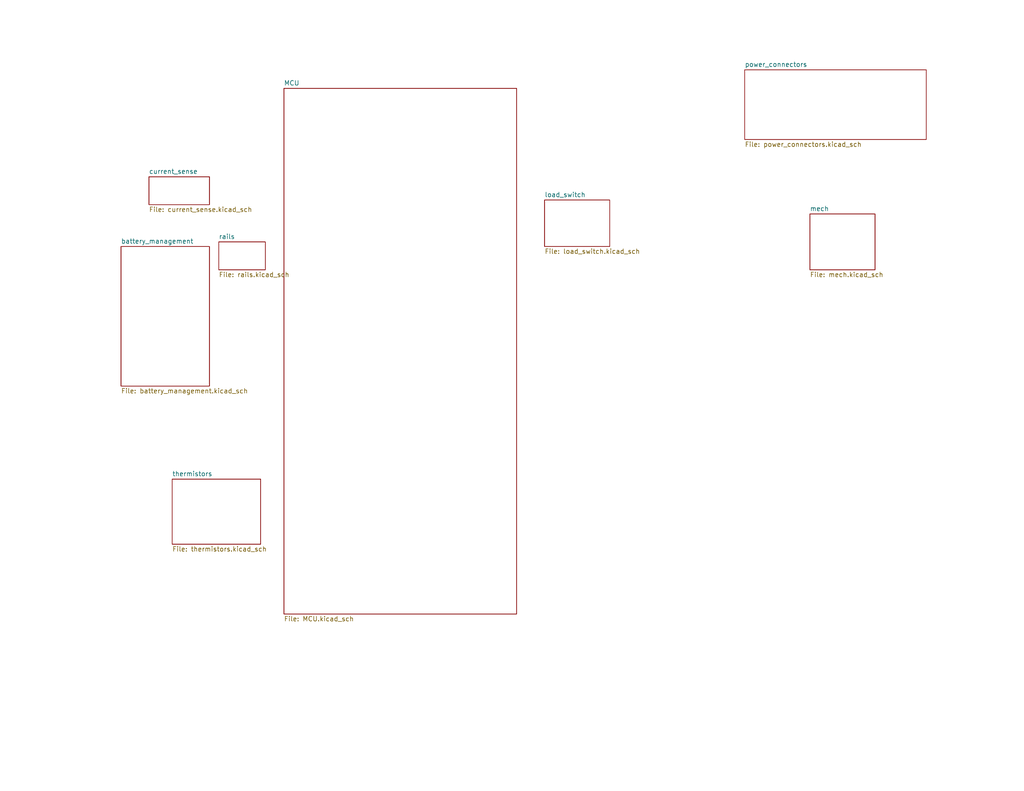
<source format=kicad_sch>
(kicad_sch (version 20211123) (generator eeschema)
  (paper "USLetter")
  (title_block (title "Battery Board") (date "2025-02-16") (rev "0"))
  (lib_symbols)
  (sheet (at 148.59 54.61) (size 17.78 12.7) (stroke (width 0.1524))
    (property "Sheet name" "load_switch" (at 148.59 53.8984 0) (effects (justify left bottom)))
    (property "Sheet file" "load_switch.kicad_sch" (at 148.59 67.8946 0) (effects (justify left top)))
  )
  (sheet (at 59.69 66.04) (size 12.7 7.62) (stroke (width 0.1524))
    (property "Sheet name" "rails" (at 59.69 65.3284 0) (effects (justify left bottom)))
    (property "Sheet file" "rails.kicad_sch" (at 59.69 74.2446 0) (effects (justify left top)))
  )
  (sheet (at 46.99 130.81) (size 24.13 17.78) (stroke (width 0.1524))
    (property "Sheet name" "thermistors" (at 46.99 130.0984 0) (effects (justify left bottom)))
    (property "Sheet file" "thermistors.kicad_sch" (at 46.99 149.1746 0) (effects (justify left top)))
  )
  (sheet (at 77.47 24.13) (size 63.5 143.51) (stroke (width 0.1524))
    (property "Sheet name" "MCU" (at 77.47 23.4184 0) (effects (justify left bottom)))
    (property "Sheet file" "MCU.kicad_sch" (at 77.47 168.2246 0) (effects (justify left top)))
  )
  (sheet (at 33.02 67.31) (size 24.13 38.1) (stroke (width 0.1524))
    (property "Sheet name" "battery_management" (at 33.02 66.5984 0) (effects (justify left bottom)))
    (property "Sheet file" "battery_management.kicad_sch" (at 33.02 105.9946 0) (effects (justify left top)))
  )
  (sheet (at 220.98 58.42) (size 17.78 15.24) (stroke (width 0.1524))
    (property "Sheet name" "mech" (at 220.98 57.7084 0) (effects (justify left bottom)))
    (property "Sheet file" "mech.kicad_sch" (at 220.98 74.2446 0) (effects (justify left top)))
  )
  (sheet (at 203.2 19.05) (size 49.53 19.05) (stroke (width 0.1524))
    (property "Sheet name" "power_connectors" (at 203.2 18.3384 0) (effects (justify left bottom)))
    (property "Sheet file" "power_connectors.kicad_sch" (at 203.2 38.6846 0) (effects (justify left top)))
  )
  (sheet (at 40.64 48.26) (size 16.51 7.62) (stroke (width 0.1524))
    (property "Sheet name" "current_sense" (at 40.64 47.5484 0) (effects (justify left bottom)))
    (property "Sheet file" "current_sense.kicad_sch" (at 40.64 56.4646 0) (effects (justify left top)))
  )
)
</source>
